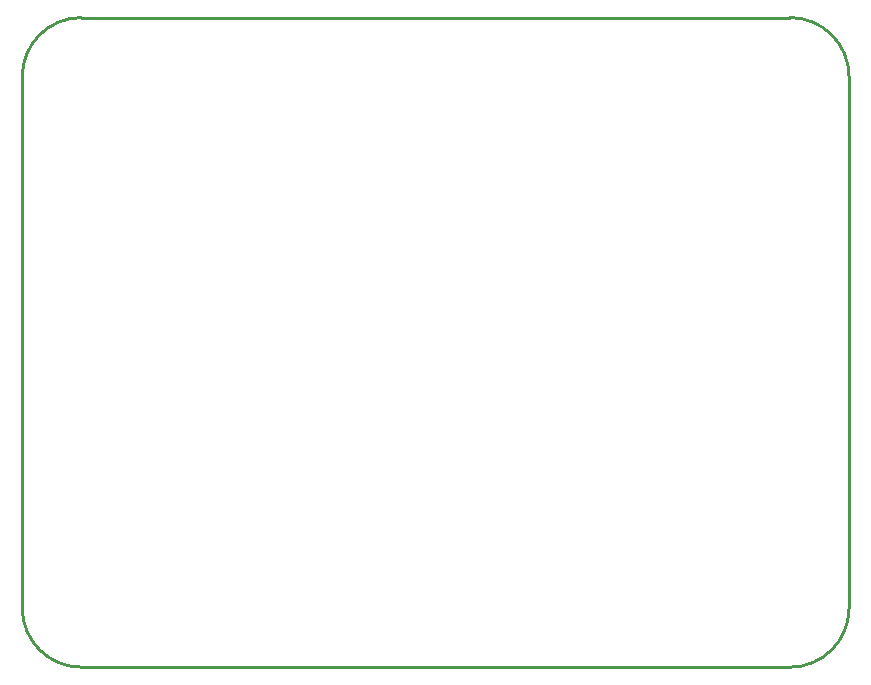
<source format=gko>
G04 Layer_Color=16711935*
%FSLAX24Y24*%
%MOIN*%
G70*
G01*
G75*
%ADD32C,0.0100*%
D32*
X25591Y17717D02*
G03*
X23622Y19685I-1969J0D01*
G01*
X0D02*
G03*
X-1969Y17717I0J-1969D01*
G01*
Y0D02*
G03*
X0Y-1969I1969J0D01*
G01*
X23622D02*
G03*
X25591Y0I0J1969D01*
G01*
X0Y-1969D02*
X23622D01*
X-1969Y0D02*
Y17717D01*
X25591Y0D02*
Y17717D01*
X0Y19685D02*
X23622D01*
M02*

</source>
